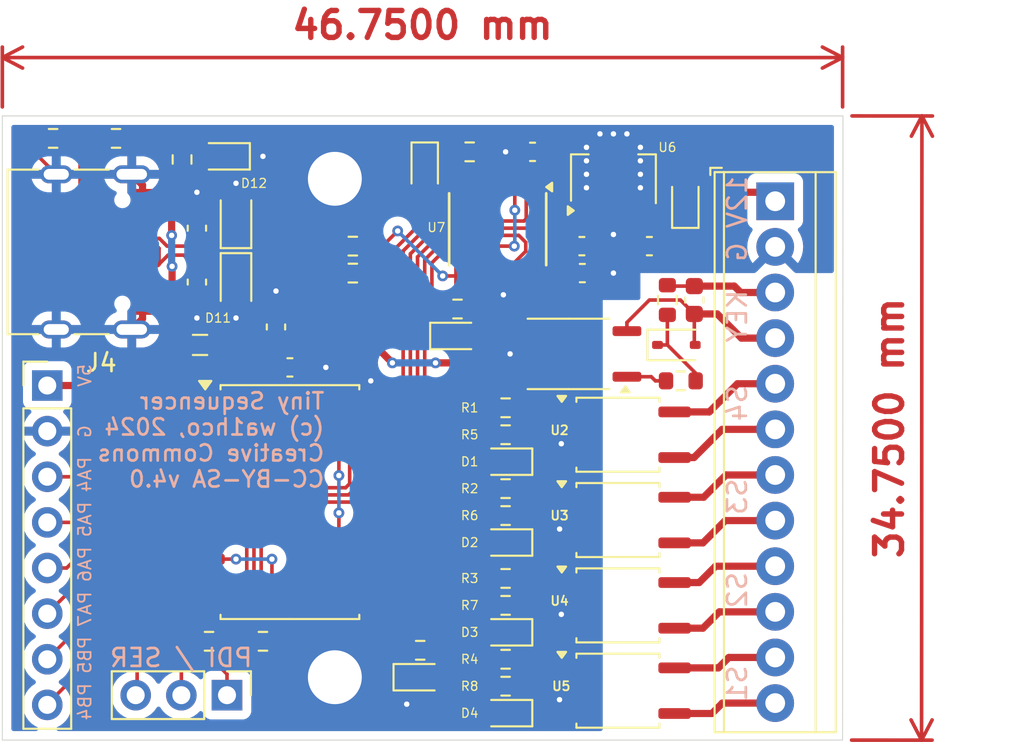
<source format=kicad_pcb>
(kicad_pcb (version 20240108) (generator "pcbnew") (generator_version "8.0")
  (layers (0 "F.Cu" signal) (31 "B.Cu" signal) (34 "B.Paste" user) (35 "F.Paste" user) (36 "B.SilkS" user "B.Silkscreen") (37 "F.SilkS" user "F.Silkscreen") (38 "B.Mask" user) (39 "F.Mask" user) (44 "Edge.Cuts" user))
  (net 0 "")
  (net 1 "Net-(J1-Pin_10)")
  (net 2 "Net-(J1-Pin_9)")
  (net 3 "Net-(J1-Pin_6)")
  (net 4 "Net-(J1-Pin_5)")
  (net 5 "Net-(J1-Pin_7)")
  (net 6 "Net-(J1-Pin_8)")
  (net 7 "Net-(D1-A)")
  (net 8 "Net-(D2-A)")
  (net 9 "Net-(D3-A)")
  (net 10 "Net-(D4-A)")
  (net 11 "GND")
  (net 12 "/5V")
  (net 13 "Net-(R1-Pad2)")
  (net 14 "Net-(R2-Pad2)")
  (net 15 "Net-(R3-Pad2)")
  (net 16 "Net-(R4-Pad2)")
  (net 17 "/UPDI")
  (net 18 "Net-(D6-A)")
  (net 19 "/SEQ1")
  (net 20 "/SEQ2")
  (net 21 "/SEQ3")
  (net 22 "/SEQ4")
  (net 23 "/3V3")
  (net 24 "/RTS\\")
  (net 25 "/CTS\\")
  (net 26 "/12V")
  (net 27 "Net-(D7-K)")
  (net 28 "Net-(D8-K)")
  (net 29 "/RXLED{slash}")
  (net 30 "/TXLED{slash}")
  (net 31 "/TXDEN")
  (net 32 "/SLEEP{slash}")
  (net 33 "Net-(J1-Pin_11)")
  (net 34 "Net-(J1-Pin_12)")
  (net 35 "/D-M")
  (net 36 "/D+M")
  (net 37 "Net-(D9-A)")
  (net 38 "Net-(FB1-Pad1)")
  (net 39 "Net-(J3-CC1)")
  (net 40 "Net-(J3-CC2)")
  (net 43 "Net-(D12-K)")
  (net 44 "Net-(D11-K)")
  (net 45 "/TXD_U")
  (net 46 "/RXD_M")
  (net 47 "/TXD_M")
  (net 48 "/RXD_U")
  (net 49 "Net-(J4-Pin_6)")
  (net 50 "Net-(J4-Pin_4)")
  (net 51 "Net-(J4-Pin_3)")
  (net 52 "Net-(J4-Pin_5)")
  (net 54 "/KEY+")
  (net 55 "/KEY-")
  (net 56 "Net-(D5-K)")
  (net 57 "Net-(R20-Pad2)")
  (net 58 "/KEY_M")
  (net 59 "Net-(D10-K)")
  (net 60 "/LED")
  (net 61 "Net-(J4-Pin_8)")
  (net 62 "Net-(J4-Pin_7)")
  (footprint "LED_SMD:LED_0603_1608Metric" (layer "F.Cu") (at 155.75 80.5)
    (property "Reference" "D9" (hide yes))
    (property "Value" "Green" (hide yes))
  )
  (footprint "Capacitor_SMD:C_0603_1608Metric" (layer "F.Cu") (at 164.77 58)
    (property "Reference" "C2" (hide yes))
    (property "Value" "10u" (hide yes))
  )
  (footprint "Capacitor_SMD:C_0603_1608Metric" (layer "F.Cu") (at 168.5 56.5 180)
    (property "Reference" "C4" (hide yes))
    (property "Value" ".33u" (hide yes))
  )
  (footprint "Package_SO:SO-4_4.4x3.9mm_P2.54mm" (layer "F.Cu") (at 166.75 76.5)
    (property "Reference" "U4")
    (property "Value" "GAQY212G2S" (hide yes))
  )
  (footprint "Connector_USB:USB_C_Receptacle_G-Switch_GT-USB-7010ASV" (layer "F.Cu") (at 136.575 56.82 -90)
    (property "Reference" "J3" (hide yes))
    (property "Value" "USB_C_Receptacle_USB2.0_16P" (hide yes))
  )
  (footprint "Package_SO:SOIC-20W_7.5x12.8mm_P1.27mm" (layer "F.Cu") (at 148.5 70.75)
    (property "Reference" "U1" (hide yes))
    (property "Value" "ATtiny1616-S" (hide yes))
  )
  (footprint "Resistor_SMD:R_0603_1608Metric" (layer "F.Cu") (at 170.25 64 180)
    (property "Reference" "R20" (hide yes))
    (property "Value" "1k" (hide yes))
  )
  (footprint "Capacitor_SMD:C_0603_1608Metric" (layer "F.Cu") (at 148.5 63.25)
    (property "Reference" "C9" (hide yes))
    (property "Value" ".1u" (hide yes))
  )
  (footprint "Resistor_SMD:R_0603_1608Metric" (layer "F.Cu") (at 135.325 50.5)
    (property "Reference" "R19" (hide yes))
    (property "Value" "5K1" (hide yes))
  )
  (footprint "Package_SO:SO-4_4.4x3.9mm_P2.54mm" (layer "F.Cu") (at 166.75 81.25)
    (property "Reference" "U5")
    (property "Value" "GAQY212G2S" (hide yes))
  )
  (footprint "Resistor_SMD:R_0603_1608Metric" (layer "F.Cu") (at 155.75 79)
    (property "Reference" "R17" (hide yes))
    (property "Value" "1K" (hide yes))
  )
  (footprint "Package_SO:SOIC-4_4.55x3.7mm_P2.54mm" (layer "F.Cu") (at 164 62.5 180)
    (property "Reference" "U8" (hide yes))
    (property "Value" "TLP185" (hide yes))
  )
  (footprint "Resistor_SMD:R_0603_1608Metric" (layer "F.Cu") (at 160.5 71.5)
    (property "Reference" "R6")
    (property "Value" "510" (hide yes))
  )
  (footprint "Capacitor_SMD:C_0603_1608Metric" (layer "F.Cu") (at 143.325 55.5 90)
    (property "Reference" "C1" (hide yes))
    (property "Value" "47p" (hide yes))
  )
  (footprint "Resistor_SMD:R_0603_1608Metric" (layer "F.Cu") (at 138.825 50.5 180)
    (property "Reference" "R18" (hide yes))
    (property "Value" "5K1" (hide yes))
  )
  (footprint "Diode_SMD:D_SOD-323" (layer "F.Cu") (at 145.5 58.5 -90)
    (property "Reference" "D11")
    (property "Value" "MM3Z3V6" (hide yes))
  )
  (footprint "LED_SMD:LED_0603_1608Metric" (layer "F.Cu") (at 160.5 78 180)
    (property "Reference" "D3")
    (property "Value" "Red" (hide yes))
  )
  (footprint "Resistor_SMD:R_0603_1608Metric" (layer "F.Cu") (at 160.5 65.5)
    (property "Reference" "R1")
    (property "Value" "1K5" (hide yes))
  )
  (footprint "LED_SMD:LED_0603_1608Metric" (layer "F.Cu") (at 156 52.2125 -90)
    (property "Reference" "D8" (hide yes))
    (property "Value" "Yellow" (hide yes))
  )
  (footprint "Inductor_SMD:L_0805_2012Metric" (layer "F.Cu") (at 143.5 62)
    (property "Reference" "FB1" (hide yes))
    (property "Value" "FerriteBead_Small" (hide yes))
  )
  (footprint "LED_SMD:LED_0603_1608Metric" (layer "F.Cu") (at 157.7875 61.5)
    (property "Reference" "D7" (hide yes))
    (property "Value" "Yellow" (hide yes))
  )
  (footprint "LED_SMD:LED_0603_1608Metric" (layer "F.Cu") (at 144.7875 51.5 180)
    (property "Reference" "D6" (hide yes))
    (property "Value" "Green" (hide yes))
  )
  (footprint "Package_TO_SOT_SMD:SOT-89-3" (layer "F.Cu") (at 166.5 52.75 90)
    (property "Reference" "U6")
    (property "Value" "MC78L05_SOT89" (hide yes))
  )
  (footprint "Resistor_SMD:R_0603_1608Metric" (layer "F.Cu") (at 158.5 51.25 180)
    (property "Reference" "R16" (hide yes))
    (property "Value" "1K" (hide yes))
  )
  (footprint "Resistor_SMD:R_0603_1608Metric" (layer "F.Cu") (at 157.825 60)
    (property "Reference" "R15" (hide yes))
    (property "Value" "1K" (hide yes))
  )
  (footprint "Resistor_SMD:R_0603_1608Metric" (layer "F.Cu") (at 160.5 81)
    (property "Reference" "R8")
    (property "Value" "510" (hide yes))
  )
  (footprint "Resistor_SMD:R_0603_1608Metric" (layer "F.Cu") (at 152 58 180)
    (property "Reference" "R14" (hide yes))
    (property "Value" "27" (hide yes))
  )
  (footprint "Package_SO:SSOP-16_3.9x4.9mm_P0.635mm" (layer "F.Cu") (at 160.059314 55.559314 -90)
    (property "Reference" "U7")
    (property "Value" "FT230XS" (hide yes))
  )
  (footprint "Resistor_SMD:R_0603_1608Metric" (layer "F.Cu") (at 169.5 59.5 -90)
    (property "Reference" "R9" (hide yes))
    (property "Value" "2K2" (hide yes))
  )
  (footprint "Connector_PinHeader_2.54mm:PinHeader_1x08_P2.54mm_Vertical" (layer "F.Cu") (at 135 64.26)
    (property "Reference" "J4")
    (property "Value" "Conn_01x08_Pin" (hide yes))
  )
  (footprint "Resistor_SMD:R_0603_1608Metric" (layer "F.Cu") (at 160.5 76.5)
    (property "Reference" "R7")
    (property "Value" "510" (hide yes))
  )
  (footprint "Capacitor_SMD:C_0603_1608Metric" (layer "F.Cu") (at 143.325 58.5 -90)
    (property "Reference" "C5" (hide yes))
    (property "Value" "47p" (hide yes))
  )
  (footprint "LED_SMD:LED_0603_1608Metric" (layer "F.Cu") (at 160.5 68.5 180)
    (property "Reference" "D1")
    (property "Value" "Red" (hide yes))
  )
  (footprint "LED_SMD:LED_0603_1608Metric" (layer "F.Cu") (at 160.5 82.5 180)
    (property "Reference" "D4")
    (property "Value" "Red" (hide yes))
  )
  (footprint "Capacitor_SMD:C_0603_1608Metric" (layer "F.Cu") (at 162 51.25 180)
    (property "Reference" "C7" (hide yes))
    (property "Value" ".1u" (hide yes))
  )
  (footprint "Diode_SMD:D_SOD-323" (layer "F.Cu") (at 170 62)
    (property "Reference" "D5" (hide yes))
    (property "Value" "MM3Z3V6" (hide yes))
  )
  (footprint "LED_SMD:LED_0603_1608Metric" (layer "F.Cu") (at 160.5 73 180)
    (property "Reference" "D2")
    (property "Value" "Red" (hide yes))
  )
  (footprint "Resistor_SMD:R_0603_1608Metric" (layer "F.Cu") (at 160.5 67)
    (property "Reference" "R5")
    (property "Value" "510" (hide yes))
  )
  (footprint "Resistor_SMD:R_0603_1608Metric" (layer "F.Cu") (at 160.5 70)
    (property "Reference" "R2")
    (property "Value" "1K5" (hide yes))
  )
  (footprint "Diode_SMD:D_SOD-323" (layer "F.Cu") (at 145.5 55 90)
    (property "Reference" "D12")
    (property "Value" "MM3Z3V6" (hide yes))
  )
  (footprint "Resistor_SMD:R_0603_1608Metric" (layer "F.Cu") (at 142.5 51.675 -90)
    (property "Reference" "R10" (hide yes))
    (property "Value" "1K" (hide yes))
  )
  (footprint "Package_SO:SO-4_4.4x3.9mm_P2.54mm" (layer "F.Cu") (at 166.75 67)
    (property "Reference" "U2")
    (property "Value" "GAQY212G2S" (hide yes))
  )
  (footprint "Capacitor_SMD:C_0603_1608Metric" (layer "F.Cu") (at 164.745 56.5)
    (property "Reference" "C3" (hide yes))
    (property "Value" ".1u" (hide yes))
  )
  (footprint "Diode_SMD:D_0603_1608Metric" (layer "F.Cu") (at 170.5 54 90)
    (property "Reference" "D10" (hide yes))
    (property "Value" "D_Schottky" (hide yes))
  )
  (footprint "Capacitor_SMD:C_0603_1608Metric" (layer "F.Cu") (at 147.724962 61 90)
    (property "Reference" "C8" (hide yes))
    (property "Value" ".1u" (hide yes))
  )
  (footprint "Resistor_SMD:R_0603_1608Metric" (layer "F.Cu") (at 144 78.5 180)
    (property "Reference" "R11" (hide yes))
    (property "Value" "1K" (hide yes))
  )
  (footprint "Connector_PinHeader_2.54mm:PinHeader_1x03_P2.54mm_Vertical" (layer "F.Cu") (at 145 81.5 -90)
    (property "Reference" "J2" (hide yes))
    (property "Value" "Serial_Mode" (hide yes))
  )
  (footprint "Resistor_SMD:R_0603_1608Metric" (layer "F.Cu") (at 152 56.5 180)
    (property "Reference" "R13" (hide yes))
    (property "Value" "27" (hide yes))
  )
  (footprint "TerminalBlock_TE-Connectivity:TerminalBlock_TE_1-282834-2_1x12_P2.54mm_Horizontal" (layer "F.Cu") (at 175.5 54 -90)
    (property "Reference" "J1" (hide yes))
    (property "Value" "Screw_Terminal_01x12" (hide yes))
  )
  (footprint "Resistor_SMD:R_0603_1608Metric" (layer "F.Cu") (at 147 78.5)
    (property "Reference" "R12" (hide yes))
    (property "Value" "1K" (hide yes))
  )
  (footprint "Package_SO:SO-4_4.4x3.9mm_P2.54mm" (layer "F.Cu") (at 166.75 71.75)
    (property "Reference" "U3")
    (property "Value" "GAQY212G2S" (hide yes))
  )
  (footprint "Resistor_SMD:R_0603_1608Metric" (layer "F.Cu") (at 160.5 75)
    (property "Reference" "R3")
    (property "Value" "1K5" (hide yes))
  )
  (footprint "Resistor_SMD:R_0603_1608Metric" (layer "F.Cu") (at 160.5 79.5)
    (property "Reference" "R4")
    (property "Value" "1K5" (hide yes))
  )
  (footprint "Capacitor_SMD:C_0603_1608Metric" (layer "F.Cu") (at 171 59.5 -90)
    (property "Reference" "C6" (hide yes))
    (property "Value" ".1u" (hide yes))
  )
  (gr_line (start 132.5 49.25) (end 179.27 49.25) (stroke (width 0.05)) (layer "Edge.Cuts"))
  (gr_line (start 179.27 49.25) (end 179.25 84) (stroke (width 0.05)) (layer "Edge.Cuts"))
  (gr_line (start 132.5 49.25) (end 132.5 84) (stroke (width 0.05)) (layer "Edge.Cuts"))
  (gr_line (start 179.25 84) (end 132.5 84) (stroke (width 0.05)) (layer "Edge.Cuts"))
  (gr_text "5V    G  PA4 PA5 PA6 PA7 PB5 PB4" (at 137.5 63 90) (layer "B.SilkS") (effects (font (size 0.7 0.7) (thickness 0.1)) (justify left bottom mirror)))
  (gr_text "PDI / SER" (at 146.5 80 0) (layer "B.SilkS") (effects (font (size 1 1)) (justify left bottom mirror)))
  (gr_text "12V G  KEY   S4    S3    S2    S1" (at 174 52.5 90) (layer "B.SilkS") (effects (font (size 1.05 1.05)) (justify left bottom mirror)))
  (gr_text "Tiny Sequencer\n(c) wa1hco, 2024\nCreative Commons\nCC-BY-SA v4.0" (at 150.5 70 0) (layer "B.SilkS") (effects (font (size 0.9 0.9)) (justify left bottom mirror)))
  (dimension (type aligned) (layer "F.Cu") (pts (xy 179.27 49.25) (xy 179.25 84)) (height -4.39315) (gr_text "34.7500 mm" (at 181.853149 66.626492 89.96702402) (layer "F.Cu") (effects (font (size 1.5 1.5) (thickness 0.3)))) (format (prefix "") (suffix "") (units 3) (units_format 1) (precision 4)) (style (thickness 0.2) (arrow_length 1.27) (text_position_mode 0) (extension_height 0.58642) (extension_offset 0.5) keep_text_aligned))
  (dimension (type aligned) (layer "F.Cu") (pts (xy 132.5 49.25) (xy 179.25 49.25)) (height -3.25) (gr_text "46.7500 mm" (at 155.875 44.2 0) (layer "F.Cu") (effects (font (size 1.5 1.5) (thickness 0.3)))) (format (prefix "") (suffix "") (units 3) (units_format 1) (precision 4)) (style (thickness 0.2) (arrow_length 1.27) (text_position_mode 0) (extension_height 0.58642) (extension_offset 0.5) keep_text_aligned))
  (segment (start 169.9 77.77) (end 171.48 77.77) (width 0.4) (layer "F.Cu") (net 1))
  (segment (start 171.48 77.77) (end 172.39 76.86) (width 0.4) (layer "F.Cu") (net 1))
  (segment (start 172.39 76.86) (end 175.5 76.86) (width 0.4) (layer "F.Cu") (net 1))
  (segment (start 169.9 75.23) (end 171.27 75.23) (width 0.4) (layer "F.Cu") (net 2))
  (segment (start 172.18 74.32) (end 175.5 74.32) (width 0.4) (layer "F.Cu") (net 2))
  (segment (start 171.27 75.23) (end 172.18 74.32) (width 0.4) (layer "F.Cu") (net 2))
  (segment (start 169.9 68.27) (end 170.98 68.27) (width 0.4) (layer "F.Cu") (net 3))
  (segment (start 170.98 68.27) (end 172.55 66.7) (width 0.4) (layer "F.Cu") (net 3))
  (segment (start 172.55 66.7) (end 175.5 66.7) (width 0.4) (layer "F.Cu") (net 3))
  (segment (start 173.4025 64.16) (end 175.5 64.16) (width 0.4) (layer "F.Cu") (net 4))
  (segment (start 169.9 65.73) (end 171.8325 65.73) (width 0.4) (layer "F.Cu") (net 4))
  (segment (start 171.8325 65.73) (end 173.4025 64.16) (width 0.4) (layer "F.Cu") (net 4))
  (segment (start 171.52 70.48) (end 172.76 69.24) (width 0.4) (layer "F.Cu") (net 5))
  (segment (start 172.76 69.24) (end 175.5 69.24) (width 0.4) (layer "F.Cu") (net 5))
  (segment (start 169.9 70.48) (end 171.52 70.48) (width 0.4) (layer "F.Cu") (net 5))
  (segment (start 171.48 73.02) (end 172.72 71.78) (width 0.4) (layer "F.Cu") (net 6))
  (segment (start 172.72 71.78) (end 175.5 71.78) (width 0.4) (layer "F.Cu") (net 6))
  (segment (start 169.9 73.02) (end 171.48 73.02) (width 0.4) (layer "F.Cu") (net 6))
  (segment (start 159.825 68.5) (end 161.325 67) (width 0.2) (layer "F.Cu") (net 7))
  (segment (start 159.7125 68.5) (end 159.825 68.5) (width 0.2) (layer "F.Cu") (net 7))
  (segment (start 161.325 71.5) (end 159.825 73) (width 0.2) (layer "F.Cu") (net 8))
  (segment (start 159.825 73) (end 159.7125 73) (width 0.2) (layer "F.Cu") (net 8))
  (segment (start 159.825 78) (end 161.325 76.5) (width 0.2) (layer "F.Cu") (net 9))
  (segment (start 159.7125 78) (end 159.825 78) (width 0.2) (layer "F.Cu") (net 9))
  (segment (start 161.325 81) (end 159.825 82.5) (width 0.2) (layer "F.Cu") (net 10))
  (segment (start 159.825 82.5) (end 159.7125 82.5) (width 0.2) (layer "F.Cu") (net 10))
  (segment (start 162.48 73.02) (end 162.46 73) (width 0.2) (layer "F.Cu") (net 11))
  (segment (start 160.5 52.008186) (end 160.448872 52.059314) (width 0.2) (layer "F.Cu") (net 11))
  (segment (start 166.5 55.850626) (end 166.5 54.6125) (width 0.4) (layer "F.Cu") (net 11))
  (segment (start 140.3 60.54) (end 139.7 61.14) (width 0.4) (layer "F.Cu") (net 11))
  (segment (start 166.5 58) (end 165.545 58) (width 0.4) (layer "F.Cu") (net 11))
  (segment (start 134.5 51.5) (end 135.5 52.5) (width 0.2) (layer "F.Cu") (net 11))
  (segment (start 160.448872 52.059314) (end 159.876814 52.059314) (width 0.2) (layer "F.Cu") (net 11))
  (segment (start 147 51.5) (end 145.575 51.5) (width 0.2) (layer "F.Cu") (net 11))
  (segment (start 160.5 51.25) (end 160.5 52.008186) (width 0.2) (layer "F.Cu") (net 11))
  (segment (start 166.5 55.850626) (end 166.169374 55.850626) (width 0.4) (layer "F.Cu") (net 11))
  (segment (start 140.3 53.62) (end 140.3 53.1) (width 0.4) (layer "F.Cu") (net 11))
  (segment (start 159.876814 52.059314) (end 159.741814 52.194314) (width 0.2) (layer "F.Cu") (net 11))
  (segment (start 163.6 77.77) (end 162.48 77.77) (width 0.2) (layer "F.Cu") (net 11))
  (segment (start 143.325 60.5) (end 143.325 59.275) (width 0.4) (layer "F.Cu") (net 11))
  (segment (start 134.5 50.5) (end 134.5 51.5) (width 0.2) (layer "F.Cu") (net 11))
  (segment (start 147.724962 60.225) (end 147.724962 59) (width 0.4) (layer "F.Cu") (net 11))
  (segment (start 160.75 62.5) (end 160.75 61.23) (width 0.2) (layer "F.Cu") (net 11))
  (segment (start 162.48 82.52) (end 162.46 82.5) (width 0.2) (layer "F.Cu") (net 11))
  (segment (start 162.25 68.5) (end 161.2875 68.5) (width 0.2) (layer "F.Cu") (net 11))
  (segment (start 163.6 82.52) (end 162.48 82.52) (width 0.2) (layer "F.Cu") (net 11))
  (segment (start 159.741814 52.194314) (end 159.741814 52.959314) (width 0.2) (layer "F.Cu") (net 11))
  (segment (start 163.6 67.5) (end 163.6 68.27) (width 0.2) (layer "F.Cu") (net 11))
  (segment (start 163.5 81.75) (end 163.5 82.42) (width 0.2) (layer "F.Cu") (net 11))
  (segment (start 149.75 51.5) (end 151 52.75) (width 0.2) (layer "F.Cu") (net 11))
  (segment (start 162.46 82.5) (end 161.2875 82.5) (width 0.2) (layer "F.Cu") (net 11))
  (segment (start 152.25 63.25) (end 153 64) (width 0.4) (layer "F.Cu") (net 11))
  (segment (start 163.6 77) (end 163.6 77.77) (width 0.2) (layer "F.Cu") (net 11))
  (segment (start 153 64.885) (end 153.15 65.035) (width 0.4) (layer "F.Cu") (net 11))
  (segment (start 145.5 53) (end 145.5 53.95) (width 0.4) (layer "F.Cu") (net 11))
  (segment (start 145.5 60.5) (end 145.5 59.55) (width 0.4) (layer "F.Cu") (net 11))
  (segment (start 160.5 51.25) (end 161.225 51.25) (width 0.2) (layer "F.Cu") (net 11))
  (segment (start 150.5 63.25) (end 149.275 63.25) (width 0.4) (layer "F.Cu") (net 11))
  (segment (start 155 80.5) (end 155 82) (width 0.2) (layer "F.Cu") (net 11))
  (segment (start 139.65 50.64) (end 139.65 52.45) (width 0.2) (layer "F.Cu") (net 11))
  (segment (start 162.25 78) (end 161.2875 78) (width 0.2) (layer "F.Cu") (net 11))
  (segment (start 153 64) (end 153 64.885) (width 0.4) (layer "F.Cu") (net 11))
  (segment (start 163.5 82.42) (end 163.6 82.52) (width 0.2) (layer "F.Cu") (net 11))
  (segment (start 163.505 72.925) (end 163.6 73.02) (width 0.2) (layer "F.Cu") (net 11))
  (segment (start 140.3 60.02) (end 140.3 60.54) (width 0.4) (layer "F.Cu") (net 11))
  (segment (start 162.48 68.27) (end 162.25 68.5) (width 0.2) (layer "F.Cu") (net 11))
  (segment (start 143.325 53.5) (end 143.325 54.725) (width 0.4) (layer "F.Cu") (net 11))
  (segment (start 163.6 73.02) (end 162.48 73.02) (width 0.2) (layer "F.Cu") (net 11))
  (segment (start 166.169374 55.850626) (end 165.52 56.5) (width 0.4) (layer "F.Cu") (net 11))
  (segment (start 147 51.5) (end 149.75 51.5) (width 0.2) (layer "F.Cu") (net 11))
  (segment (start 162.46 73) (end 161.2875 73) (width 0.2) (layer "F.Cu") (net 11))
  (segment (start 162.48 77.77) (end 162.25 78) (width 0.2) (layer "F.Cu") (net 11))
  (segment (start 167.075626 55.850626) (end 167.725 56.5) (width 0.4) (layer "F.Cu") (net 11))
  (segment (start 165.52 56.5) (end 167.725 56.5) (width 0.4) (layer "F.Cu") (net 11))
  (segment (start 160.376814 58.159314) (end 160.376814 59.209314) (width 0.2) (layer "F.Cu") (net 11))
  (segment (start 163.6 68.27) (end 162.48 68.27) (width 0.2) (layer "F.Cu") (net 11))
  (segment (start 166.5 55.850626) (end 167.075626 55.850626) (width 0.4) (layer "F.Cu") (net 11))
  (segment (start 163.505 72.25) (end 163.505 72.925) (width 0.2) (layer "F.Cu") (net 11))
  (segment (start 150 63.25) (end 152.25 63.25) (width 0.4) (layer "F.Cu") (net 11))
  (segment (start 139.65 52.45) (end 139.7 52.5) (width 0.2) (layer "F.Cu") (net 11))
  (segment (start 140.3 53.1) (end 139.7 52.5) (width 0.4) (layer "F.Cu") (net 11))
  (via (at 145.5 60.5) (size 0.6) (drill 0.3) (layers "F.Cu" "B.Cu") (net 11))
  (via (at 163.6 67.5) (size 0.6) (drill 0.3) (layers "F.Cu" "B.Cu") (net 11))
  (via (at 166.5 50.25) (size 0.6) (drill 0.3) (layers "F.Cu" "B.Cu") (net 11))
  (via (at 165 51) (size 0.6) (drill 0.3) (layers "F.Cu" "B.Cu") (net 11))
  (via (at 160.75 62.5) (size 0.6) (drill 0.3) (layers "F.Cu" "B.Cu") (net 11))
  (via (at 168 51) (size 0.6) (drill 0.3) (layers "F.Cu" "B.Cu") (net 11))
  (via (at 168 53.25) (size 0.6) (drill 0.3) (layers "F.Cu" "B.Cu") (net 11))
  (via (at 143.325 60.5) (size 0.6) (drill 0.3) (layers "F.Cu" "B.Cu") (net 11))
  (via (at 163.6 77) (size 0.6) (drill 0.3) (layers "F.Cu" "B.Cu") (net 11))
  (via (at 145.5 53) (size 0.6) (drill 0.3) (layers "F.Cu" "B.Cu") (net 11))
  (via (at 166.5 55.850626) (size 0.6) (drill 0.3) (layers "F.Cu" "B.Cu") (net 11))
  (via (at 160.376814 59.209314) (size 0.6) (drill 0.3) (layers "F.Cu" "B.Cu") (net 11))
  (via (at 166.5 58) (size 0.6) (drill 0.3) (layers "F.Cu" "B.Cu") (net 11))
  (via (at 147.724962 59) (size 0.6) (drill 0.3) (layers "F.Cu" "B.Cu") (net 11))
  (via (at 155 82) (size 0.6) (drill 0.3) (layers "F.Cu" "B.Cu") (net 11))
  (via (at 153 64) (size 0.6) (drill 0.3) (layers "F.Cu" "B.Cu") (net 11))
  (via (at 165 51.75) (size 0.6) (drill 0.3) (layers "F.Cu" "B.Cu") (net 11))
  (via (at 151 80.5) (size 5.56) (drill 3) (layers "F.Cu" "B.Cu") (net 11))
  (via (at 165 52.5) (size 0.6) (drill 0.3) (layers "F.Cu" "B.Cu") (net 11))
  (via (at 163.505 72.25) (size 0.6) (drill 0.3) (layers "F.Cu" "B.Cu") (net 11))
  (via (at 160.5 51.25) (size 0.6) (drill 0.3) (layers "F.Cu" "B.Cu") (net 11))
  (via (at 147 51.5) (size 0.6) (drill 0.3) (layers "F.Cu" "B.Cu") (net 11))
  (via (at 165.75 50.25) (size 0.6) (drill 0.3) (layers "F.Cu" "B.Cu") (net 11))
  (via (at 168 52.5) (size 0.6) (drill 0.3) (layers "F.Cu" "B.Cu") (net 11))
  (via (at 168 51.75) (size 0.6) (drill 0.3) (layers "F.Cu" "B.Cu") (net 11))
  (via (at 165 53.25) (size 0.6) (drill 0.3) (layers "F.Cu" "B.Cu") (net 11))
  (via (at 163.5 81.75) (size 0.6) (drill 0.3) (layers "F.Cu" "B.Cu") (net 11))
  (via (at 167.25 50.25) (size 0.6) (drill 0.3) (layers "F.Cu" "B.Cu") (net 11))
  (via (at 143.325 53.5) (size 0.6) (drill 0.3) (layers "F.Cu" "B.Cu") (net 11))
  (via (at 150.5 63.25) (size 0.6) (drill 0.3) (layers "F.Cu" "B.Cu") (net 11))
  (via (at 151 52.75) (size 5.56) (drill 3) (layers "F.Cu" "B.Cu") (net 11))
  (segment (start 138.5 65.035) (end 143.85 65.035) (width 0.4) (layer "F.Cu") (net 12))
  (segment (start 163.995 59.005) (end 163.995 58) (width 0.4) (layer "F.Cu") (net 12))
  (segment (start 165 55) (end 165 55.360626) (width 0.4) (layer "F.Cu") (net 12))
  (segment (start 159 63) (end 159.4125 62.5875) (width 0.4) (layer "F.Cu") (net 12))
  (segment (start 165 54.7) (end 164.2 54.7) (width 0.2) (layer "F.Cu") (net 12))
  (segment (start 147.725 61.775038) (end 147.725 63.25) (width 0.4) (layer "F.Cu") (net 12))
  (segment (start 159.741814 58.159314) (end 159.741814 59.741814) (width 0.2) (layer "F.Cu") (net 12))
  (segment (start 158.575 61.5) (end 159.4125 61.5) (width 0.2) (layer "F.Cu") (net 12))
  (segment (start 159.4125 61.5) (end 159.4125 60.5875) (width 0.4) (layer "F.Cu") (net 12))
  (segment (start 155.75 50.25) (end 155.225 50.775) (width 0.2) (layer "F.Cu") (net 12))
  (segment (start 163.25 50.25) (end 155.75 50.25) (width 0.2) (layer "F.Cu") (net 12))
  (segment (start 155.225 52.225) (end 156 53) (width 0.2) (layer "F.Cu") (net 12))
  (segment (start 137.725 64.26) (end 138.5 65.035) (width 0.4) (layer "F.Cu") (net 12))
  (segment (start 154.2 63) (end 153.2 62) (width 0.4) (layer "F.Cu") (net 12))
  (segment (start 135 64.26) (end 137.725 64.26) (width 0.4) (layer "F.Cu") (net 12))
  (segment (start 163.97 56.5) (end 163.97 57.975) (width 0.4) (layer "F.Cu") (net 12))
  (segment (start 155.225 50.775) (end 155.225 52.225) (width 0.2) (layer "F.Cu") (net 12))
  (segment (start 163 60) (end 163.995 59.005) (width 0.4) (layer "F.Cu") (net 12))
  (segment (start 145.635 63.25) (end 143.85 65.035) (width 0.4) (layer "F.Cu") (net 12))
  (segment (start 163.525 50.525) (end 163.25 50.25) (width 0.2) (layer "F.Cu") (net 12))
  (segment (start 147.724962 61.775) (end 147.725 61.775038) (width 0.4) (layer "F.Cu") (net 12))
  (segment (start 156.6 63) (end 159 63) (width 0.4) (layer "F.Cu") (net 12))
  (segment (start 159.4125 62.5875) (end 159.4125 61.5) (width 0.4) (layer "F.Cu") (net 12))
  (segment (start 165 55.360626) (end 163.97 56.390626) (width 0.4) (layer "F.Cu") (net 12))
  (segment (start 163.97 57.975) (end 163.995 58) (width 0.4) (layer "F.Cu") (net 12))
  (segment (start 164.2 54.7) (end 163.525 54.025) (width 0.2) (layer "F.Cu") (net 12))
  (segment (start 159.741814 59.741814) (end 160 60) (width 0.2) (layer "F.Cu") (net 12))
  (segment (start 159.4125 60.5875) (end 160 60) (width 0.4) (layer "F.Cu") (net 12))
  (segment (start 153.2 62) (end 144.5625 62) (width 0.4) (layer "F.Cu") (net 12))
  (segment (start 163.525 54.025) (end 163.525 50.525) (width 0.2) (layer "F.Cu") (net 12))
  (segment (start 147.725 63.25) (end 145.635 63.25) (width 0.4) (layer "F.Cu") (net 12))
  (segment (start 160 60) (end 163 60) (width 0.4) (layer "F.Cu") (net 12))
  (segment (start 163.97 56.390626) (end 163.97 56.5) (width 0.4) (layer "F.Cu") (net 12))
  (via (at 154.2 63) (size 0.6) (drill 0.3) (layers "F.Cu" "B.Cu") (net 12))
  (via (at 156.6 63) (size 0.6) (drill 0.3) (layers "F.Cu" "B.Cu") (net 12))
  (segment (start 154.2 63) (end 156.6 63) (width 0.4) (layer "B.Cu") (net 12))
  (segment (start 161.325 65.5) (end 162.25 65.5) (width 0.2) (layer "F.Cu") (net 13))
  (segment (start 162.48 65.73) (end 163.6 65.73) (width 0.2) (layer "F.Cu") (net 13))
  (segment (start 162.25 65.5) (end 162.48 65.73) (width 0.2) (layer "F.Cu") (net 13))
  (segment (start 161.805 70.48) (end 163.6 70.48) (width 0.2) (layer "F.Cu") (net 14))
  (segment (start 161.325 70) (end 161.805 70.48) (width 0.2) (layer "F.Cu") (net 14))
  (segment (start 162.48 75.23) (end 162.25 75) (width 0.2) (layer "F.Cu") (net 15))
  (segment (start 163.6 75.23) (end 162.48 75.23) (width 0.2) (layer "F.Cu") (net 15))
  (segment (start 162.25 75) (end 161.325 75) (width 0.2) (layer "F.Cu") (net 15))
  (segment (start 162.54 79.5) (end 161.325 79.5) (width 0.2) (layer "F.Cu") (net 16))
  (segment (start 163.02 79.98) (end 162.54 79.5) (width 0.2) (layer "F.Cu") (net 16))
  (segment (start 163.6 79.98) (end 163.02 79.98) (width 0.2) (layer "F.Cu") (net 16))
  (segment (start 145.425686 77.574314) (end 144.100686 77.574314) (width 0.2) (layer "F.Cu") (net 17))
  (segment (start 151.765 70.35) (end 149.084314 70.35) (width 0.2) (layer "F.Cu") (net 17))
  (segment (start 146.5 72.934314) (end 146.5 76.5) (width 0.2) (layer "F.Cu") (net 17))
  (segment (start 143.175 78.5) (end 145 80.325) (width 0.2) (layer "F.Cu") (net 17))
  (segment (start 146.5 76.5) (end 145.425686 77.574314) (width 0.2) (layer "F.Cu") (net 17))
  (segment (start 144.100686 77.574314) (end 143.175 78.5) (width 0.2) (layer "F.Cu") (net 17))
  (segment (start 153.15 70.115) (end 152 70.115) (width 0.2) (layer "F.Cu") (net 17))
  (segment (start 152 70.115) (end 151.765 70.35) (width 0.2) (layer "F.Cu") (net 17))
  (segment (start 145 80.325) (end 145 81.5) (width 0.2) (layer "F.Cu") (net 17))
  (segment (start 149.084314 70.35) (end 146.5 72.934314) (width 0.2) (layer "F.Cu") (net 17))
  (segment (start 143.35 50.85) (end 144 51.5) (width 0.2) (layer "F.Cu") (net 18))
  (segment (start 142.5 50.85) (end 143.35 50.85) (width 0.2) (layer "F.Cu") (net 18))
  (segment (start 156.740686 72.759314) (end 158.72 70.78) (width 0.2) (layer "F.Cu") (net 19))
  (segment (start 159.675 65.5) (end 159.675 67) (width 0.2) (layer "F.Cu") (net 19))
  (segment (start 158.72 70.78) (end 158.72 65.78) (width 0.2) (layer "F.Cu") (net 19))
  (segment (start 159 65.5) (end 159.675 65.5) (width 0.2) (layer "F.Cu") (net 19))
  (segment (start 158.72 65.78) (end 159 65.5) (width 0.2) (layer "F.Cu") (net 19))
  (segment (start 153.15 72.655) (end 153.254314 72.759314) (width 0.2) (layer "F.Cu") (net 19))
  (segment (start 153.254314 72.759314) (end 156.740686 72.759314) (width 0.2) (layer "F.Cu") (net 19))
  (segment (start 153.15 73.925) (end 156.575 73.925) (width 0.2) (layer "F.Cu") (net 20))
  (segment (start 159 71.5) (end 159.675 71.5) (width 0.2) (layer "F.Cu") (net 20))
  (segment (start 156.575 73.925) (end 159 71.5) (width 0.2) (layer "F.Cu") (net 20))
  (segment (start 159.675 71.5) (end 159.675 70) (width 0.2) (layer "F.Cu") (net 20))
  (segment (start 157.695 75.195) (end 159 76.5) (width 0.2) (layer "F.Cu") (net 21))
  (segment (start 153.15 75.195) (end 157.695 75.195) (width 0.2) (layer "F.Cu") (net 21))
  (segment (start 159.675 76.5) (end 159.675 75) (width 0.2) (layer "F.Cu") (net 21))
  (segment (start 159 76.5) (end 159.675 76.5) (width 0.2) (layer "F.Cu") (net 21))
  (segment (start 153.15 76.465) (end 155.965 76.465) (width 0.2) (layer "F.Cu") (net 22))
  (segment (start 155.965 76.465) (end 159 79.5) (width 0.2) (layer "F.Cu") (net 22))
  (segment (start 159 79.5) (end 159.675 79.5) (width 0.2) (layer "F.Cu") (net 22))
  (segment (start 159.675 81) (end 159.675 79.5) (width 0.2) (layer "F.Cu") (net 22))
  (segment (start 159.031814 59.209314) (end 158.531814 59.209314) (width 0.2) (layer "F.Cu") (net 23))
  (segment (start 159.966128 56.5) (end 159.106814 57.359314) (width 0.2) (layer "F.Cu") (net 23))
  (segment (start 159.106814 58.159314) (end 159.106814 59.134314) (width 0.2) (layer "F.Cu") (net 23))
  (segment (start 161.011814 52.959314) (end 161.011814 52.159314) (width 0.2) (layer "F.Cu") (net 23))
  (segment (start 161.011814 52.159314) (end 161.146128 52.025) (width 0.2) (layer "F.Cu") (net 23))
  (segment (start 161.146128 52.025) (end 162.775 52.025) (width 0.2) (layer "F.Cu") (net 23))
  (segment (start 158.471814 58.159314) (end 158.471814 59.149314) (width 0.2) (layer "F.Cu") (net 23))
  (segment (start 161.011814 54.5) (end 161.011814 52.959314) (width 0.2) (layer "F.Cu") (net 23))
  (segment (start 159.106814 57.359314) (end 159.106814 58.159314) (width 0.2) (layer "F.Cu") (net 23))
  (segment (start 160.983186 56.5) (end 159.966128 56.5) (width 0.2) (layer "F.Cu") (net 23))
  (segment (start 159.106814 59.134314) (end 159.031814 59.209314) (width 0.2) (layer "F.Cu") (net 23))
  (segment (start 162.775 52.025) (end 162.775 51.25) (width 0.2) (layer "F.Cu") (net 23))
  (segment (start 158.471814 59.149314) (end 158.531814 59.209314) (width 0.2) (layer "F.Cu") (net 23))
  (via (at 160.983186 56.5) (size 0.6) (drill 0.3) (layers "F.Cu" "B.Cu") (net 23))
  (via (at 161.011814 54.5) (size 0.6) (drill 0.3) (layers "F.Cu" "B.Cu") (net 23))
  (segment (start 161.011814 56.389314) (end 161.011814 54.5) (width 0.2) (layer "B.Cu") (net 23))
  (segment (start 153.15 68.845) (end 155.155 68.845) (width 0.2) (layer "F.Cu") (net 24))
  (segment (start 161.646814 54.975686) (end 161.646814 52.959314) (width 0.2) (layer "F.Cu") (net 24))
  (segment (start 159.66907 55.1) (end 161.5225 55.1) (width 0.2) (layer "F.Cu") (net 24))
  (segment (start 155.6 68.4) (end 155.6 57.097058) (width 0.2) (layer "F.Cu") (net 24))
  (segment (start 155.155 68.845) (end 155.6 68.4) (width 0.2) (layer "F.Cu") (net 24))
  (segment (start 161.5225 55.1) (end 161.646814 54.975686) (width 0.2) (layer "F.Cu") (net 24))
  (segment (start 159.06907 55.7) (end 159.66907 55.1) (width 0.2) (layer "F.Cu") (net 24))
  (segment (start 155.6 57.097058) (end 156.997058 55.7) (width 0.2) (layer "F.Cu") (net 24))
  (segment (start 156.997058 55.7) (end 159.06907 55.7) (width 0.2) (layer "F.Cu") (net 24))
  (segment (start 156.665686 54.9) (end 157.775441 54.9) (width 0.2) (layer "F.Cu") (net 25))
  (segment (start 159.106814 53.568627) (end 159.106814 52.959314) (width 0.2) (layer "F.Cu") (net 25))
  (segment (start 157.775441 54.9) (end 159.106814 53.568627) (width 0.2) (layer "F.Cu") (net 25))
  (segment (start 154.8 67.2) (end 154.8 56.765686) (width 0.2) (layer "F.Cu") (net 25))
  (segment (start 153.15 67.575) (end 154.425 67.575) (width 0.2) (layer "F.Cu") (net 25))
  (segment (start 154.425 67.575) (end 154.8 67.2) (width 0.2) (layer "F.Cu") (net 25))
  (segment (start 154.8 56.765686) (end 156.665686 54.9) (width 0.2) (layer "F.Cu") (net 25))
  (segment (start 170.7875 53.5) (end 175 53.5) (width 0.4) (layer "F.Cu") (net 26))
  (segment (start 175 53.5) (end 175.5 54) (width 0.4) (layer "F.Cu") (net 26))
  (segment (start 170.5 53.2125) (end 170.7875 53.5) (width 0.4) (layer "F.Cu") (net 26))
  (segment (start 157 61.5) (end 157.15 61.5) (width 0.2) (layer "F.Cu") (net 27))
  (segment (start 157.15 61.5) (end 158.65 60) (width 0.2) (layer "F.Cu") (net 27))
  (segment (start 156.2875 51.25) (end 157.675 51.25) (width 0.2) (layer "F.Cu") (net 28))
  (segment (start 159.400442 56.5) (end 157.32843 56.5) (width 0.2) (layer "F.Cu") (net 29))
  (segment (start 161.6225 56.783628) (end 161.6225 56.290785) (width 0.2) (layer "F.Cu") (net 29))
  (segment (start 161.231715 55.9) (end 160.000442 55.9) (width 0.2) (layer "F.Cu") (net 29))
  (segment (start 160.000442 55.9) (end 159.400442 56.5) (width 0.2) (layer "F.Cu") (net 29))
  (segment (start 156.4 57.42843) (end 156.4 59.4) (width 0.2) (layer "F.Cu") (net 29))
  (segment (start 161.6225 56.290785) (end 161.231715 55.9) (width 0.2) (layer "F.Cu") (net 29))
  (segment (start 157.32843 56.5) (end 156.4 57.42843) (width 0.2) (layer "F.Cu") (net 29))
  (segment (start 156.4 59.4) (end 157 60) (width 0.2) (layer "F.Cu") (net 29))
  (segment (start 161.011814 58.159314) (end 161.011814 57.394314) (width 0.2) (layer "F.Cu") (net 29))
  (segment (start 161.011814 57.394314) (end 161.6225 56.783628) (width 0.2) (layer "F.Cu") (net 29))
  (segment (start 158.471814 52.959314) (end 158.471814 52.103186) (width 0.2) (layer "F.Cu") (net 30))
  (segment (start 158.471814 52.103186) (end 159.325 51.25) (width 0.2) (layer "F.Cu") (net 30))
  (segment (start 169.9 79.98) (end 172.34 79.98) (width 0.4) (layer "F.Cu") (net 33))
  (segment (start 172.92 79.4) (end 175.5 79.4) (width 0.4) (layer "F.Cu") (net 33))
  (segment (start 172.34 79.98) (end 172.92 79.4) (width 0.4) (layer "F.Cu") (net 33))
  (segment (start 171.98 82.52) (end 172.56 81.94) (width 0.4) (layer "F.Cu") (net 34))
  (segment (start 172.56 81.94) (end 175.5 81.94) (width 0.4) (layer "F.Cu") (net 34))
  (segment (start 169.9 82.52) (end 171.98 82.52) (width 0.4) (layer "F.Cu") (net 34))
  (segment (start 154.496078 55.655392) (end 153.65147 56.5) (width 0.2) (layer "F.Cu") (net 35))
  (segment (start 153.65147 56.5) (end 152.825 56.5) (width 0.2) (layer "F.Cu") (net 35))
  (segment (start 157 58.159314) (end 157.836814 58.159314) (width 0.2) (layer "F.Cu") (net 35))
  (via (at 154.496078 55.655392) (size 0.6) (drill 0.3) (layers "F.Cu" "B.Cu") (net 35))
  (via (at 157 58.159314) (size 0.6) (drill 0.3) (layers "F.Cu" "B.Cu") (net 35))
  (segment (start 154.496078 55.655392) (end 157 58.159314) (width 0.2) (layer "B.Cu") (net 35))
  (segment (start 153 58) (end 157.836814 53.163186) (width 0.2) (layer "F.Cu") (net 36))
  (segment (start 152.825 58) (end 153 58) (width 0.2) (layer "F.Cu") (net 36))
  (segment (start 157.836814 53.163186) (end 157.836814 52.959314) (width 0.2) (layer "F.Cu") (net 36))
  (segment (start 156.575 80.5) (end 156.5 80.5) (width 0.2) (layer "F.Cu") (net 37))
  (segment (start 156.5 80.5) (end 156.65 80.35) (width 0.2) (layer "F.Cu") (net 37))
  (segment (start 156.65 80.35) (end 156.65 79) (width 0.2) (layer "F.Cu") (net 37))
  (segment (start 141.32 54.42) (end 140.3 54.42) (width 0.4) (layer "F.Cu") (net 38))
  (segment (start 141.825 59.25) (end 141.825 60.2875) (width 0.4) (layer "F.Cu") (net 38))
  (segment (start 141.919608 55.9) (end 141.919608 55.019608) (width 0.4) (layer "F.Cu") (net 38))
  (segment (start 141.944069 59.130931) (end 141.825 59.25) (width 0.4) (layer "F.Cu") (net 38))
  (segment (start 141.944069 57.624461) (end 141.944069 59.130931) (width 0.4) (layer "F.Cu") (net 38))
  (segment (start 142.5 52.5) (end 142.5 53.24) (width 0.2) (layer "F.Cu") (net 38))
  (segment (start 141.919608 55.019608) (end 141.32 54.42) (width 0.4) (layer "F.Cu") (net 38))
  (segment (start 141.825 60.2875) (end 142.4375 60.9) (width 0.4) (layer "F.Cu") (net 38))
  (segment (start 142.4375 60.9) (end 142.4375 62) (width 0.4) (layer "F.Cu") (net 38))
  (segment (start 141.795 59.22) (end 140.3 59.22) (width 0.4) (layer "F.Cu") (net 38))
  (segment (start 141.825 59.25) (end 141.795 59.22) (width 0.4) (layer "F.Cu") (net 38))
  (segment (start 142.5 53.24) (end 141.32 54.42) (width 0.2) (layer "F.Cu") (net 38))
  (via (at 141.944069 57.624461) (size 0.6) (drill 0.3) (layers "F.Cu" "B.Cu") (net 38))
  (via (at 141.919608 55.9) (size 0.6) (drill 0.3) (layers "F.Cu" "B.Cu") (net 38))
  (segment (start 141.944069 57.624461) (end 141.919608 57.6) (width 0.4) (layer "B.Cu") (net 38))
  (segment (start 141.919608 57.6) (end 141.919608 55.9) (width 0.4) (layer "B.Cu") (net 38))
  (segment (start 137.95 54.09) (end 137.95 50.715) (width 0.2) (layer "F.Cu") (net 39))
  (segment (start 140.3 55.57) (end 139.43 55.57) (width 0.2) (layer "F.Cu") (net 39))
  (segment (start 137.95 50.715) (end 138.025 50.64) (width 0.2) (layer "F.Cu") (net 39))
  (segment (start 139.43 55.57) (end 137.95 54.09) (width 0.2) (layer "F.Cu") (net 39))
  (segment (start 136.825 51) (end 136.825 56.065) (width 0.2) (layer "F.Cu") (net 40))
  (segment (start 136.325 50.5) (end 136.825 51) (width 0.2) (layer "F.Cu") (net 40))
  (segment (start 136.15 50.5) (end 136.325 50.5) (width 0.2) (layer "F.Cu") (net 40))
  (segment (start 136.825 56.065) (end 139.33 58.57) (width 0.2) (layer "F.Cu") (net 40))
  (segment (start 140.3 58.57) (end 139.33 58.57) (width 0.2) (layer "F.Cu") (net 40))
  (segment (start 141.665686 56.5) (end 143.1 56.5) (width 0.2) (layer "F.Cu") (net 43))
  (segment (start 141.235686 56.07) (end 141.665686 56.5) (width 0.2) (layer "F.Cu") (net 43))
  (segment (start 143.325 56.275) (end 145.275 56.275) (width 0.2) (layer "F.Cu") (net 43))
  (segment (start 140.3 56.07) (end 141.235686 56.07) (width 0.2) (layer "F.Cu") (net 43))
  (segment (start 139.38 57.02) (end 139.38 56.21) (width 0.2) (layer "F.Cu") (net 43))
  (segment (start 139.43 57.07) (end 139.38 57.02) (width 0.2) (layer "F.Cu") (net 43))
  (segment (start 145.5 56.05) (end 145.55 56.05) (width 0.2) (layer "F.Cu") (net 43))
  (segment (start 143.1 56.5) (end 143.325 56.275) (width 0.2) (layer "F.Cu") (net 43))
  (segment (start 140.3 57.07) (end 139.43 57.07) (width 0.2) (layer "F.Cu") (net 43))
  (segment (start 145.275 56.275) (end 145.5 56.05) (width 0.2) (layer "F.Cu") (net 43))
  (segment (start 146 56.5) (end 151.175 56.5) (width 0.2) (layer "F.Cu") (net 43))
  (segment (start 139.52 56.07) (end 140.3 56.07) (width 0.2) (layer "F.Cu") (net 43))
  (segment (start 145.55 56.05) (end 146 56.5) (width 0.2) (layer "F.Cu") (net 43))
  (segment (start 139.38 56.21) (end 139.52 56.07) (width 0.2) (layer "F.Cu") (net 43))
  (segment (start 141.17 57.57) (end 140.3 57.57) (width 0.2) (layer "F.Cu") (net 44))
  (segment (start 143.325 57.725) (end 142.6 57) (width 0.2) (layer "F.Cu") (net 44))
  (segment (start 143.6 57.45) (end 145.5 57.45) (width 0.2) (layer "F.Cu") (net 44))
  (segment (start 149.75 57) (end 150.75 58) (width 0.2) (layer "F.Cu") (net 44))
  (segment (start 145.5 57.45) (end 145.95 57) (width 0.2) (layer "F.Cu") (net 44))
  (segment (start 141.17 56.57) (end 141.22 56.62) (width 0.2) (layer "F.Cu") (net 44))
  (segment (start 141.22 56.62) (end 141.22 57.52) (width 0.2) (layer "F.Cu") (net 44))
  (segment (start 141.22 57.52) (end 141.17 57.57) (width 0.2) (layer "F.Cu") (net 44))
  (segment (start 150.75 58) (end 151.175 58) (width 0.2) (layer "F.Cu") (net 44))
  (segment (start 141.72 57) (end 141.22 57.5) (width 0.2) (layer "F.Cu") (net 44))
  (segment (start 145.95 57) (end 149.75 57) (width 0.2) (layer "F.Cu") (net 44))
  (segment (start 140.3 56.57) (end 141.17 56.57) (width 0.2) (layer "F.Cu") (net 44))
  (segment (start 143.325 57.725) (end 143.6 57.45) (width 0.2) (layer "F.Cu") (net 44))
  (segment (start 142.6 57) (end 141.72 57) (width 0.2) (layer "F.Cu") (net 44))
  (segment (start 162.281814 54.906372) (end 161.688186 55.5) (width 0.2) (layer "F.Cu") (net 45))
  (segment (start 146.175 77.825) (end 146.175 78.5) (width 0.2) (layer "F.Cu") (net 45))
  (segment (start 157.162744 56.1) (end 156 57.262744) (width 0.2) (layer "F.Cu") (net 45))
  (segment (start 159.834756 55.5) (end 159.234756 56.1) (width 0.2) (layer "F.Cu") (net 45))
  (segment (start 156 70) (end 155.25 70.75) (width 0.2) (layer "F.Cu") (net 45))
  (segment (start 161.688186 55.5) (end 159.834756 55.5) (width 0.2) (layer "F.Cu") (net 45))
  (segment (start 144.825 78.5) (end 146.175 78.5) (width 0.2) (layer "F.Cu") (net 45))
  (segment (start 159.234756 56.1) (end 157.162744 56.1) (width 0.2) (layer "F.Cu") (net 45))
  (segment (start 149.25 70.75) (end 146.9 73.1) (width 0.2) (layer "F.Cu") (net 45))
  (segment (start 155.25 70.75) (end 149.25 70.75) (width 0.2) (layer "F.Cu") (net 45))
  (segment (start 146.9 77.1) (end 146.175 77.825) (width 0.2) (layer "F.Cu") (net 45))
  (segment (start 162.281814 52.959314) (end 162.281814 54.906372) (width 0.2) (layer "F.Cu") (net 45))
  (segment (start 146.9 73.1) (end 146.9 77.1) (width 0.2) (layer "F.Cu") (net 45))
  (segment (start 156 57.262744) (end 156 70) (width 0.2) (layer "F.Cu") (net 45))
  (segment (start 147.5 78.175) (end 147.825 78.5) (width 0.2) (layer "F.Cu") (net 46))
  (segment (start 147.5 73.925) (end 147.5 78.175) (width 0.2) (layer "F.Cu") (net 46))
  (segment (start 145.5 73.925) (end 143.85 73.925) (width 0.2) (layer "F.Cu") (net 46))
  (via (at 147.5 73.925) (size 0.6) (drill 0.3) (layers "F.Cu" "B.Cu") (net 46))
  (via (at 145.5 73.925) (size 0.6) (drill 0.3) (layers "F.Cu" "B.Cu") (net 46))
  (segment (start 147.5 73.925) (end 145.5 73.925) (width 0.2) (layer "B.Cu") (net 46))
  (segment (start 140 81.42) (end 140 77) (width 0.2) (layer "F.Cu") (net 47))
  (segment (start 141.805 75.195) (end 143.85 75.195) (width 0.2) (layer "F.Cu") (net 47))
  (segment (start 139.92 81.5) (end 140 81.42) (width 0.2) (layer "F.Cu") (net 47))
  (segment (start 140 77) (end 141.805 75.195) (width 0.2) (layer "F.Cu") (net 47))
  (segment (start 145.369314 77.065) (end 142.935 77.065) (width 0.2) (layer "F.Cu") (net 48))
  (segment (start 148.918628 69.95) (end 146.1 72.768628) (width 0.2) (layer "F.Cu") (net 48))
  (segment (start 155.2 56.931372) (end 155.2 67.8) (width 0.2) (layer "F.Cu") (net 48))
  (segment (start 142.46 77.54) (end 142.46 81.5) (width 0.2) (layer "F.Cu") (net 48))
  (segment (start 151.825 68.504448) (end 151.825 69.724314) (width 0.2) (layer "F.Cu") (net 48))
  (segment (start 160.376814 53.724314) (end 158.801128 55.3) (width 0.2) (layer "F.Cu") (net 48))
  (segment (start 156.831372 55.3) (end 155.2 56.931372) (width 0.2) (layer "F.Cu") (net 48))
  (segment (start 160.376814 52.959314) (end 160.376814 53.724314) (width 0.2) (layer "F.Cu") (net 48))
  (segment (start 146.1 76.334314) (end 145.369314 77.065) (width 0.2) (layer "F.Cu") (net 48))
  (segment (start 151.599314 69.95) (end 148.918628 69.95) (width 0.2) (layer "F.Cu") (net 48))
  (segment (start 151.825 69.724314) (end 151.599314 69.95) (width 0.2) (layer "F.Cu") (net 48))
  (segment (start 154.762395 68.237605) (end 152.091843 68.237605) (width 0.2) (layer "F.Cu") (net 48))
  (segment (start 158.801128 55.3) (end 156.831372 55.3) (width 0.2) (layer "F.Cu") (net 48))
  (segment (start 155.2 67.8) (end 154.762395 68.237605) (width 0.2) (layer "F.Cu") (net 48))
  (segment (start 146.1 72.768628) (end 146.1 76.334314) (width 0.2) (layer "F.Cu") (net 48))
  (segment (start 152.091843 68.237605) (end 151.825 68.504448) (width 0.2) (layer "F.Cu") (net 48))
  (segment (start 142.935 77.065) (end 142.46 77.54) (width 0.2) (layer "F.Cu") (net 48))
  (segment (start 135 76.96) (end 141.845 70.115) (width 0.2) (layer "F.Cu") (net 49))
  (segment (start 141.845 70.115) (end 143.85 70.115) (width 0.2) (layer "F.Cu") (net 49))
  (segment (start 137.12 71.88) (end 141.5 67.5) (width 0.2) (layer "F.Cu") (net 50))
  (segment (start 135 71.88) (end 137.12 71.88) (width 0.2) (layer "F.Cu") (net 50))
  (segment (start 143.775 67.5) (end 143.85 67.575) (width 0.2) (layer "F.Cu") (net 50))
  (segment (start 141.5 67.5) (end 143.775 67.5) (width 0.2) (layer "F.Cu") (net 50))
  (segment (start 135 69.34) (end 138.16 69.34) (width 0.2) (layer "F.Cu") (net 51))
  (segment (start 138.16 69.34) (end 141.195 66.305) (width 0.2) (layer "F.Cu") (net 51))
  (segment (start 141.195 66.305) (end 143.85 66.305) (width 0.2) (layer "F.Cu") (net 51))
  (segment (start 135 74.42) (end 136.08 74.42) (width 0.2) (layer "F.Cu") (net 52))
  (segment (start 136.08 74.42) (end 141.655 68.845) (width 0.2) (layer "F.Cu") (net 52))
  (segment (start 141.655 68.845) (end 143.85 68.845) (width 0.2) (layer "F.Cu") (net 52))
  (segment (start 173.58 59.08) (end 173.225 58.725) (width 0.4) (layer "F.Cu") (net 54))
  (segment (start 171 58.725) (end 169.55 58.725) (width 0.2) (layer "F.Cu") (net 54))
  (segment (start 173.225 58.725) (end 171 58.725) (width 0.4) (layer "F.Cu") (net 54))
  (segment (start 169.55 58.725) (end 169.5 58.675) (width 0.2) (layer "F.Cu") (net 54))
  (segment (start 175.5 59.08) (end 173.58 59.08) (width 0.4) (layer "F.Cu") (net 54))
  (segment (start 173.62 61.62) (end 175.5 61.62) (width 0.4) (layer "F.Cu") (net 55))
  (segment (start 168.5 59.5) (end 170.225 59.5) (width 0.2) (layer "F.Cu") (net 55))
  (segment (start 167.25 61.23) (end 167.25 60.75) (width 0.2) (layer "F.Cu") (net 55))
  (segment (start 171.05 62) (end 171 61.95) (width 0.2) (layer "F.Cu") (net 55))
  (segment (start 170.225 59.5) (end 171 60.275) (width 0.2) (layer "F.Cu") (net 55))
  (segment (start 172.275 60.275) (end 173.62 61.62) (width 0.4) (layer "F.Cu") (net 55))
  (segment (start 167.25 60.75) (end 168.5 59.5) (width 0.2) (layer "F.Cu") (net 55))
  (segment (start 171 61.95) (end 171 60.275) (width 0.2) (layer "F.Cu") (net 55))
  (segment (start 171 60.275) (end 172.275 60.275) (width 0.4) (layer "F.Cu") (net 55))
  (segment (start 169.5 60.325) (end 169.5 62) (width 0.2) (layer "F.Cu") (net 56))
  (segment (start 171.075 63.575) (end 171.075 64) (width 0.2) (layer "F.Cu") (net 56))
  (segment (start 169.5 62) (end 171.075 63.575) (width 0.2) (layer "F.Cu") (net 56))
  (segment (start 168.95 62) (end 169.5 62) (width 0.2) (layer "F.Cu") (net 56))
  (segment (start 168.835 64) (end 169.175 64) (width 0.2) (layer "F.Cu") (net 57))
  (segment (start 167.25 63.77) (end 168.605 63.77) (width 0.2) (layer "F.Cu") (net 57))
  (segment (start 168.605 63.77) (end 168.835 64) (width 0.2) (layer "F.Cu") (net 57))
  (segment (start 159.23 63.77) (end 160.75 63.77) (width 0.2) (layer "F.Cu") (net 58))
  (segment (start 157.75 70.75) (end 157.75 65.25) (width 0.2) (layer "F.Cu") (net 58))
  (segment (start 157.115 71.385) (end 157.75 70.75) (width 0.2) (layer "F.Cu") (net 58))
  (segment (start 157.75 65.25) (end 159.23 63.77) (width 0.2) (layer "F.Cu") (net 58))
  (segment (start 153.15 71.385) (end 157.115 71.385) (width 0.2) (layer "F.Cu") (net 58))
  (segment (start 169.275 56.5) (end 169.275 55.975) (width 0.4) (layer "F.Cu") (net 59))
  (segment (start 168 54.7) (end 170.4125 54.7) (width 0.4) (layer "F.Cu") (net 59))
  (segment (start 169.275 55.975) (end 168 54.7) (width 0.4) (layer "F.Cu") (net 59))
  (segment (start 170.4125 54.7) (end 170.5 54.7875) (width 0.4) (layer "F.Cu") (net 59))
  (segment (start 151.225 71.35) (end 151.225 76.725) (width 0.2) (layer "F.Cu") (net 60))
  (segment (start 152.754448 66.305) (end 153.15 66.305) (width 0.2) (layer "F.Cu") (net 60))
  (segment (start 155 78.36) (end 155 79) (width 0.2) (layer "F.Cu") (net 60))
  (segment (start 152 77.5) (end 154.14 77.5) (width 0.2) (layer "F.Cu") (net 60))
  (segment (start 154.14 77.5) (end 155 78.36) (width 0.2) (layer "F.Cu") (net 60))
  (segment (start 151.225 67.834448) (end 152.754448 66.305) (width 0.2) (layer "F.Cu") (net 60))
  (segment (start 151.225 76.725) (end 152 77.5) (width 0.2) (layer "F.Cu") (net 60))
  (segment (start 151.225 69.271256) (end 151.225 67.834448) (width 0.2) (layer "F.Cu") (net 60))
  (via (at 151.225 71.35) (size 0.6) (drill 0.3) (layers "F.Cu" "B.Cu") (net 60))
  (via (at 151.225 69.271256) (size 0.6) (drill 0.3) (layers "F.Cu" "B.Cu") (net 60))
  (segment (start 151.225 71.35) (end 151.225 69.271256) (width 0.2) (layer "B.Cu") (net 60))
  (segment (start 135 82) (end 137.5 79.5) (width 0.2) (layer "F.Cu") (net 61))
  (segment (start 137.5 77) (end 141.845 72.655) (width 0.2) (layer "F.Cu") (net 61))
  (segment (start 137.5 79.5) (end 137.5 77) (width 0.2) (layer "F.Cu") (net 61))
  (segment (start 141.845 72.655) (end 143.85 72.655) (width 0.2) (layer "F.Cu") (net 61))
  (segment (start 135 82.04) (end 135 82) (width 0.2) (layer "F.Cu") (net 61))
  (segment (start 137 77.5) (end 137 76.125) (width 0.2) (layer "F.Cu") (net 62))
  (segment (start 137 76.125) (end 141.74 71.385) (width 0.2) (layer "F.Cu") (net 62))
  (segment (start 141.74 71.385) (end 143.85 71.385) (width 0.2) (layer "F.Cu") (net 62))
  (segment (start 135 79.5) (end 137 77.5) (width 0.2) (layer "F.Cu") (net 62))
  (zone (net 11) (net_name "GND") (layer "F.Cu") (priority 2) (connect_pads (clearance 0.5)) (min_thickness 0.25) (fill yes (thermal_gap 0.5) (thermal_bridge_width 0.5))
    (polygon (pts (xy 164.5 49.75) (xy 164.5 53.75) (xy 168.5 53.75) (xy 168.5 49.75)))
  )
  (zone (net 11) (net_name "GND") (layer "B.Cu") (priority 3) (connect_pads (clearance 0.5)) (min_thickness 0.25) (fill yes (thermal_gap 0.5) (thermal_bridge_width 0.5))
    (polygon (pts (xy 132.5 49.25) (xy 179.25 49.25) (xy 179.25 58) (xy 168 58) (xy 168 59.5) (xy 165.905707 59.5) (xy 165.905 84) (xy 132.5 84)))
  )
)
</source>
